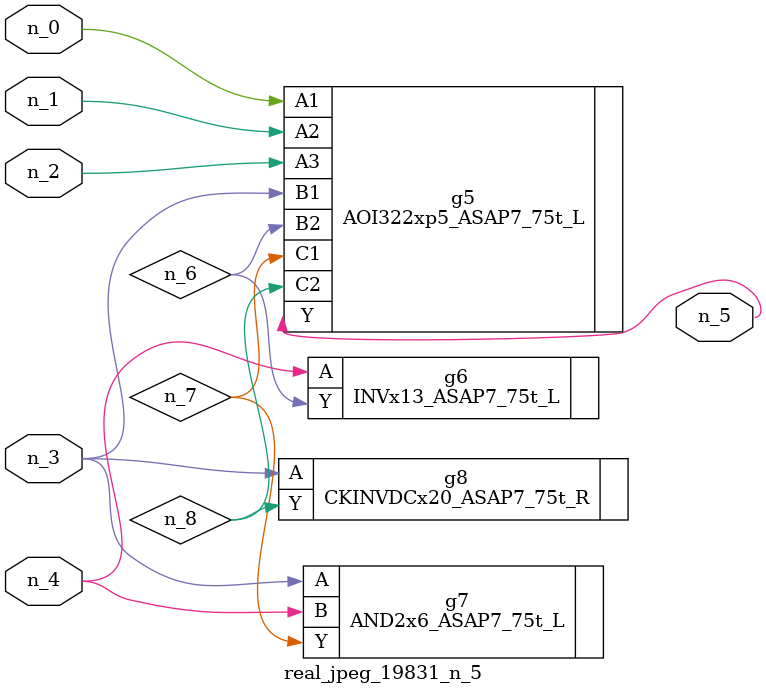
<source format=v>
module real_jpeg_19831_n_5 (n_4, n_0, n_1, n_2, n_3, n_5);

input n_4;
input n_0;
input n_1;
input n_2;
input n_3;

output n_5;

wire n_8;
wire n_6;
wire n_7;

AOI322xp5_ASAP7_75t_L g5 ( 
.A1(n_0),
.A2(n_1),
.A3(n_2),
.B1(n_3),
.B2(n_6),
.C1(n_7),
.C2(n_8),
.Y(n_5)
);

AND2x6_ASAP7_75t_L g7 ( 
.A(n_3),
.B(n_4),
.Y(n_7)
);

CKINVDCx20_ASAP7_75t_R g8 ( 
.A(n_3),
.Y(n_8)
);

INVx13_ASAP7_75t_L g6 ( 
.A(n_4),
.Y(n_6)
);


endmodule
</source>
